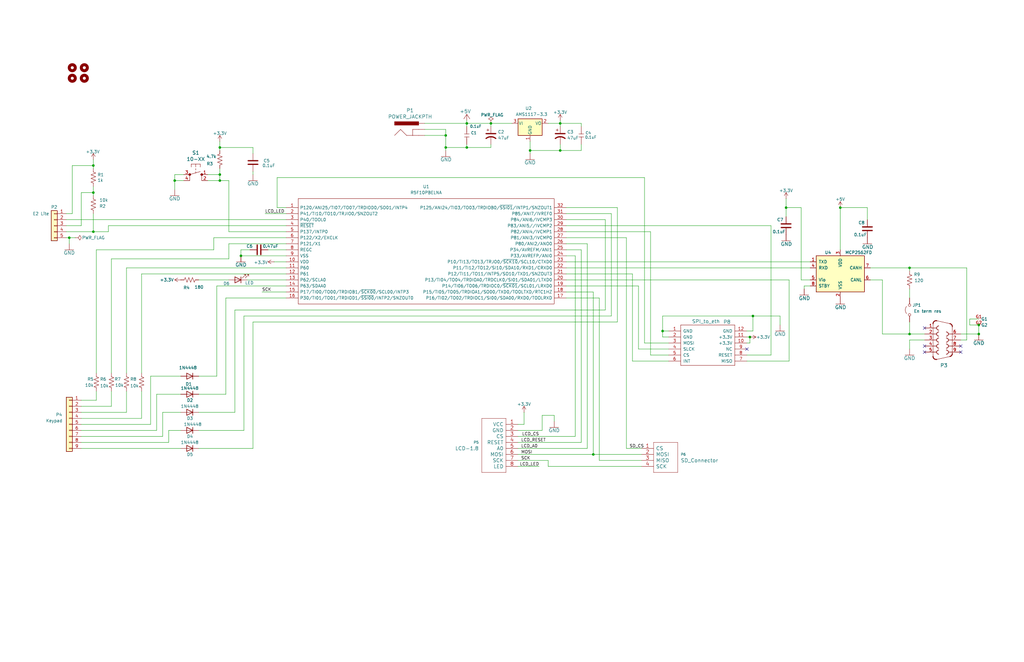
<source format=kicad_sch>
(kicad_sch (version 20231120) (generator "eeschema") (generator_version "8.0")
  (paper "B")
  (title_block (title "RL78/F14") (date "2024-12-15") (rev "2") (company "Catudal Software"))
  (lib_symbols
    (symbol "Connector_Generic:Conn_01x05" (pin_names (offset 1.016) hide)
      (property "Reference" "J" (at 0 7.62 0))
      (property "Value" "Conn_01x05" (at 0 -7.62 0))
      (symbol "Conn_01x05_1_1"
        (pin passive line (at -5.08 5.08 0) (length 3.81) (name "Pin_1") (number "1"))
        (pin passive line (at -5.08 2.54 0) (length 3.81) (name "Pin_2") (number "2"))
        (pin passive line (at -5.08 0 0) (length 3.81) (name "Pin_3") (number "3"))
        (pin passive line (at -5.08 -2.54 0) (length 3.81) (name "Pin_4") (number "4"))
        (pin passive line (at -5.08 -5.08 0) (length 3.81) (name "Pin_5") (number "5"))
      )
    )
    (symbol "Connector_Generic:Conn_01x09" (pin_names (offset 1.016) hide)
      (property "Reference" "J" (at 0 12.7 0))
      (property "Value" "Conn_01x09" (at 0 -12.7 0))
      (symbol "Conn_01x09_1_1"
        (pin passive line (at -5.08 10.16 0) (length 3.81) (name "Pin_1") (number "1"))
        (pin passive line (at -5.08 7.62 0) (length 3.81) (name "Pin_2") (number "2"))
        (pin passive line (at -5.08 5.08 0) (length 3.81) (name "Pin_3") (number "3"))
        (pin passive line (at -5.08 2.54 0) (length 3.81) (name "Pin_4") (number "4"))
        (pin passive line (at -5.08 0 0) (length 3.81) (name "Pin_5") (number "5"))
        (pin passive line (at -5.08 -2.54 0) (length 3.81) (name "Pin_6") (number "6"))
        (pin passive line (at -5.08 -5.08 0) (length 3.81) (name "Pin_7") (number "7"))
        (pin passive line (at -5.08 -7.62 0) (length 3.81) (name "Pin_8") (number "8"))
        (pin passive line (at -5.08 -10.16 0) (length 3.81) (name "Pin_9") (number "9"))
      )
    )
    (symbol "Device:C" (pin_numbers hide) (pin_names (offset 0.254))
      (property "Reference" "C" (at 0.635 2.54 0))
      (property "Value" "C" (at 0.635 -2.54 0))
      (symbol "C_1_1"
        (pin passive line (at 0 3.81 270) (length 2.794) (name "~") (number "1"))
        (pin passive line (at 0 -3.81 90) (length 2.794) (name "~") (number "2"))
      )
    )
    (symbol "Device:C_Polarized_US" (pin_numbers hide) (pin_names (offset 0.254) hide)
      (property "Reference" "C" (at 0.635 2.54 0))
      (property "Value" "C_Polarized_US" (at 0.635 -2.54 0))
      (symbol "C_Polarized_US_1_1"
        (pin passive line (at 0 3.81 270) (length 2.794) (name "~") (number "1"))
        (pin passive line (at 0 -3.81 90) (length 3.302) (name "~") (number "2"))
      )
    )
    (symbol "Device:LED" (pin_numbers hide) (pin_names (offset 1.016) hide)
      (property "Reference" "D" (at 0 2.54 0))
      (property "Value" "LED" (at 0 -2.54 0))
      (symbol "LED_1_1"
        (pin passive line (at -3.81 0 0) (length 2.54) (name "K") (number "1"))
        (pin passive line (at 3.81 0 180) (length 2.54) (name "A") (number "2"))
      )
    )
    (symbol "Device:R_US" (pin_numbers hide) (pin_names (offset 0))
      (property "Reference" "R" (at 2.54 0 90))
      (property "Value" "R_US" (at -2.54 0 90))
      (symbol "R_US_1_1"
        (pin passive line (at 0 3.81 270) (length 1.27) (name "~") (number "1"))
        (pin passive line (at 0 -3.81 90) (length 1.27) (name "~") (number "2"))
      )
    )
    (symbol "Diode:1N4448" (pin_numbers hide) (pin_names hide)
      (property "Reference" "D" (at 0 2.54 0))
      (property "Value" "1N4448" (at 0 -2.54 0))
      (symbol "1N4448_1_1"
        (pin passive line (at -3.81 0 0) (length 2.54) (name "K") (number "1"))
        (pin passive line (at 3.81 0 180) (length 2.54) (name "A") (number "2"))
      )
    )
    (symbol "Interface_CAN_LIN:MCP2562-E-P" (pin_names (offset 1.016))
      (property "Reference" "U" (at -10.16 8.89 0))
      (property "Value" "MCP2562-E-P" (at 2.54 8.89 0))
      (symbol "MCP2562-E-P_1_1"
        (pin input line (at -12.7 5.08 0) (length 2.54) (name "TXD") (number "1"))
        (pin power_in line (at 0 -10.16 90) (length 2.54) (name "VSS") (number "2"))
        (pin power_in line (at 0 10.16 270) (length 2.54) (name "VDD") (number "3"))
        (pin output line (at -12.7 2.54 0) (length 2.54) (name "RXD") (number "4"))
        (pin power_in line (at -12.7 -2.54 0) (length 2.54) (name "Vio") (number "5"))
        (pin bidirectional line (at 12.7 -2.54 180) (length 2.54) (name "CANL") (number "6"))
        (pin bidirectional line (at 12.7 2.54 180) (length 2.54) (name "CANH") (number "7"))
        (pin input line (at -12.7 -5.08 0) (length 2.54) (name "STBY") (number "8"))
      )
    )
    (symbol "Jumper:Jumper_2_Open" (pin_numbers hide) (pin_names (offset 0) hide) (exclude_from_sim yes)
      (property "Reference" "JP" (at 0 2.794 0))
      (property "Value" "Jumper_2_Open" (at 0 -2.286 0))
      (symbol "Jumper_2_Open_1_1"
        (pin passive line (at -5.08 0 0) (length 2.54) (name "A") (number "1"))
        (pin passive line (at 5.08 0 180) (length 2.54) (name "B") (number "2"))
      )
    )
    (symbol "Mechanical:MountingHole" (pin_names (offset 1.016)) (exclude_from_sim yes) (in_bom no)
      (property "Reference" "H" (at 0 5.08 0))
      (property "Value" "MountingHole" (at 0 3.175 0))
    )
    (symbol "OPL_Capacitor:CERAMIC-100NF-50V-10%-X7R_0603_" (pin_numbers hide) (pin_names (offset 1.016) hide)
      (property "Reference" "C" (at -3.81 1.27 0))
      (property "Value" "CERAMIC-100NF-50V-10%-X7R_0603_" (at -3.81 -2.54 0))
      (symbol "CERAMIC-100NF-50V-10%-X7R_0603__1_1"
        (pin passive line (at -3.81 0 0) (length 2.54) (name "1") (number "1"))
        (pin passive line (at 3.81 0 180) (length 2.54) (name "2") (number "2"))
      )
    )
    (symbol "catu:+5V" (power) (pin_names (offset 1.016))
      (property "Value" "+5V" (at -2.54 -5.08 90))
      (symbol "+5V_1_0"
        (pin power_in line (at 0 -2.54 90) (length 2.54) (name "+5V") (number "1"))
      )
    )
    (symbol "catu:10-XX" (pin_names (offset 1.016))
      (property "Reference" "S" (at -6.35 -2.54 90))
      (property "Value" "10-XX" (at -3.81 3.175 90))
      (symbol "10-XX_1_0"
        (pin passive line (at 0 5.08 270) (length 2.54) (name "S") (number "1"))
        (pin passive line (at 2.54 5.08 270) (length 2.54) (name "S1") (number "2"))
        (pin passive line (at 0 -5.08 90) (length 2.54) (name "P") (number "3"))
        (pin passive line (at 2.54 -5.08 90) (length 2.54) (name "P1") (number "4"))
      )
    )
    (symbol "catu:AMS1117-3.3" (pin_names (offset 0.254))
      (property "Reference" "U" (at -3.81 3.175 0))
      (property "Value" "AMS1117-3.3" (at 0 3.175 0))
      (property "LCSC" "C6186" (at -1.27 7.62 0))
      (symbol "AMS1117-3.3_1_1"
        (pin power_in line (at 0 -7.62 90) (length 2.54) (name "GND") (number "1"))
        (pin power_out line (at 7.62 0 180) (length 2.54) (name "VO") (number "2"))
        (pin power_in line (at -7.62 0 0) (length 2.54) (name "VI") (number "3"))
      )
    )
    (symbol "catu:F09HP" (pin_names (offset 1.016))
      (property "Reference" "P" (at -1.27 8.89 0))
      (property "Value" "F09HP" (at -3.81 -10.795 0))
      (symbol "F09HP_1_0"
        (pin passive line (at -7.62 5.08 0) (length 5.08) (name "1") (number "1"))
        (pin passive line (at -7.62 2.54 0) (length 5.08) (name "2") (number "2"))
        (pin passive line (at -7.62 0 0) (length 5.08) (name "3") (number "3"))
        (pin passive line (at -7.62 -2.54 0) (length 5.08) (name "4") (number "4"))
        (pin passive line (at -7.62 -5.08 0) (length 5.08) (name "5") (number "5"))
        (pin passive line (at 7.62 2.54 180) (length 5.08) (name "6") (number "6"))
        (pin passive line (at 7.62 0 180) (length 5.08) (name "7") (number "7"))
        (pin passive line (at 7.62 -2.54 180) (length 5.08) (name "8") (number "8"))
        (pin passive line (at 7.62 -5.08 180) (length 5.08) (name "9") (number "9"))
      )
      (symbol "F09HP_1_1"
        (pin power_in line (at 15.24 8.89 0) (length 0) (name "G1") (number "G1"))
        (pin power_in line (at 15.24 6.35 0) (length 0) (name "G2") (number "G2"))
      )
    )
    (symbol "catu:GND" (power) (pin_names (offset 1.016))
      (property "Value" "GND" (at -2.54 -2.54 0))
      (symbol "GND_1_0"
        (pin power_in line (at 0 2.54 270) (length 2.54) (name "GND") (number "1"))
      )
    )
    (symbol "catu:LCD-1.8" (pin_names (offset 1.016))
      (property "Reference" "P" (at 13.97 -5.588 0))
      (property "Value" "LCD-1.8" (at -5.08 -15.24 0))
      (symbol "LCD-1.8_1_1"
        (pin power_in line (at -10.16 7.62 0) (length 5.08) (name "VCC") (number "1"))
        (pin power_in line (at -10.16 5.08 0) (length 5.08) (name "GND") (number "2"))
        (pin input line (at -10.16 2.54 0) (length 5.08) (name "CS") (number "3"))
        (pin input line (at -10.16 0 0) (length 5.08) (name "RESET") (number "4"))
        (pin input line (at -10.16 -2.54 0) (length 5.08) (name "A0") (number "5"))
        (pin input line (at -10.16 -5.08 0) (length 5.08) (name "MOSI") (number "6"))
        (pin input line (at -10.16 -7.62 0) (length 5.08) (name "SCK") (number "7"))
        (pin input line (at -10.16 -10.16 0) (length 5.08) (name "LED") (number "8"))
      )
    )
    (symbol "catu:POWER_JACKPTH" (pin_names (offset 1.016))
      (property "Reference" "J" (at -10.16 0 0))
      (property "Value" "POWER_JACKPTH" (at -10.16 10.16 0))
      (symbol "POWER_JACKPTH_1_0"
        (pin passive line (at 2.54 2.54 180) (length 2.54) (name "GND") (number "GND"))
        (pin passive line (at 2.54 5.08 180) (length 2.54) (name "GNDBREAK") (number "GNDBREAK"))
        (pin passive line (at 2.54 7.62 180) (length 2.54) (name "PWR") (number "PWR"))
      )
    )
    (symbol "catu:R5F10PBELNA" (pin_names (offset 0.762))
      (property "Reference" "U" (at -1.27 27.94 0))
      (property "Value" "R5F10PBELNA" (at 21.59 26.67 0))
      (symbol "R5F10PBELNA_0_0"
        (pin passive line (at -53.34 20.32 0) (length 5.08) (name "P120/ANI25/TI07/TO07/TRDIOD0/SO01/INTP4") (number "1"))
      )
      (symbol "R5F10PBELNA_1_0"
        (pin passive line (at -53.34 -2.54 0) (length 5.08) (name "VDD") (number "10"))
        (pin passive line (at -53.34 -5.08 0) (length 5.08) (name "P60") (number "11"))
        (pin passive line (at -53.34 -7.62 0) (length 5.08) (name "P61") (number "12"))
        (pin passive line (at -53.34 -10.16 0) (length 5.08) (name "P62/SCLA0") (number "13"))
        (pin passive line (at -53.34 -12.7 0) (length 5.08) (name "P63/SDAA0") (number "14"))
        (pin passive line (at -53.34 -15.24 0) (length 5.08) (name "P17/TI00/TO00/TRDIOB1/~{SCK00}/SCL00/INTP3") (number "15"))
        (pin passive line (at -53.34 -17.78 0) (length 5.08) (name "P30/TI01/TO01/TRDIOD1/~{SSI00}/INTP2/SNZOUT0") (number "16"))
        (pin passive line (at 64.77 -17.78 180) (length 5.08) (name "P16/TI02/TO02/TRDIOC1/SI00/SDA00/RXD0/TOOLRXD") (number "17"))
        (pin passive line (at 64.77 -15.24 180) (length 5.08) (name "P15/TI05/TO05/TRDIOA1/SO00/TXD0/TOOLTXD/RTC1HZ") (number "18"))
        (pin passive line (at 64.77 -12.7 180) (length 5.08) (name "P14/TI06/TO06/TRDIOC0/~{SCK01}/SCL01/LRXD0") (number "19"))
        (pin passive line (at -53.34 17.78 0) (length 5.08) (name "P41/TI10/TO10/TRJIO0/SNZOUT2") (number "2"))
        (pin passive line (at 64.77 -10.16 180) (length 5.08) (name "P13/TI04/TO04/TRDIOA0/TRDCLK0/SI01/SDA01/LTXD0") (number "20"))
        (pin passive line (at 64.77 -7.62 180) (length 5.08) (name "P12/TI11/TO11/INTP5/SO10/TXD1/SNZOUT3") (number "21"))
        (pin passive line (at 64.77 -5.08 180) (length 5.08) (name "P11/TI12/TO12/SI10/SDA10/RXD1/CRXD0") (number "22"))
        (pin passive line (at 64.77 -2.54 180) (length 5.08) (name "P10/TI13/TO13/TRJO0/~{SCK10}/SCL10/CTXD0") (number "23"))
        (pin passive line (at 64.77 0 180) (length 5.08) (name "P33/AVREFP/ANI0") (number "24"))
        (pin passive line (at 64.77 2.54 180) (length 5.08) (name "P34/AVREFM/ANI1") (number "25"))
        (pin passive line (at 64.77 5.08 180) (length 5.08) (name "P80/ANI2/ANO0") (number "26"))
        (pin passive line (at 64.77 7.62 180) (length 5.08) (name "P81/ANI3/IVCMP0") (number "27"))
        (pin passive line (at 64.77 10.16 180) (length 5.08) (name "P82/ANI4/IVCMP1") (number "28"))
        (pin passive line (at 64.77 12.7 180) (length 5.08) (name "P83/ANI5//IVCMP2") (number "29"))
        (pin passive line (at -53.34 15.24 0) (length 5.08) (name "P40/TOOL0") (number "3"))
        (pin passive line (at 64.77 15.24 180) (length 5.08) (name "P84/ANI6/IVCMP3") (number "30"))
        (pin passive line (at 64.77 17.78 180) (length 5.08) (name "P85/ANI7/IVREF0") (number "31"))
        (pin passive line (at 64.77 20.32 180) (length 5.08) (name "P125/ANI24/TI03/TO03/TRDIOB0/~{SSI01}/INTP1/SNZOUT1") (number "32"))
        (pin passive line (at -53.34 12.7 0) (length 5.08) (name "~{RESET}") (number "4"))
        (pin passive line (at -53.34 10.16 0) (length 5.08) (name "P137/INTP0") (number "5"))
        (pin passive line (at -53.34 7.62 0) (length 5.08) (name "P122/X2/EXCLK") (number "6"))
        (pin passive line (at -53.34 5.08 0) (length 5.08) (name "P121/X1") (number "7"))
        (pin passive line (at -53.34 2.54 0) (length 5.08) (name "REGC") (number "8"))
        (pin passive line (at -53.34 0 0) (length 5.08) (name "VSS") (number "9"))
      )
    )
    (symbol "catu:SD_Connector" (pin_names (offset 1.016))
      (property "Reference" "P" (at -3.81 5.588 0))
      (property "Value" "SD_Connector" (at -7.874 -10.16 0))
      (symbol "SD_Connector_1_1"
        (pin input line (at -10.16 2.54 0) (length 5.08) (name "CS") (number "1"))
        (pin input line (at -10.16 0 0) (length 5.08) (name "MOSI") (number "2"))
        (pin output line (at -10.16 -2.54 0) (length 5.08) (name "MISO") (number "3"))
        (pin input line (at -10.16 -5.08 0) (length 5.08) (name "SCK") (number "4"))
      )
    )
    (symbol "catu:SPI_to_eth" (pin_names (offset 1.016))
      (property "Reference" "P" (at -8.89 8.382 0))
      (property "Value" "SPI_to_eth" (at -7.62 -11.684 0))
      (symbol "SPI_to_eth_1_0"
        (pin power_in line (at -19.05 5.08 0) (length 5.08) (name "GND") (number "1"))
        (pin power_in line (at 13.97 0 180) (length 5.08) (name "+3.3V") (number "10"))
        (pin power_in line (at 13.97 2.54 180) (length 5.08) (name "+3.3V") (number "11"))
        (pin power_in line (at 13.97 5.08 180) (length 5.08) (name "GND") (number "12"))
        (pin power_in line (at -19.05 2.54 0) (length 5.08) (name "GND") (number "2"))
        (pin passive line (at -19.05 0 0) (length 5.08) (name "MOSI") (number "3"))
        (pin passive line (at -19.05 -2.54 0) (length 5.08) (name "SLCK") (number "4"))
        (pin input line (at -19.05 -5.08 0) (length 5.08) (name "CS") (number "5"))
        (pin output line (at -19.05 -7.62 0) (length 5.08) (name "INT") (number "6"))
        (pin passive line (at 13.97 -7.62 180) (length 5.08) (name "MISO") (number "7"))
        (pin input line (at 13.97 -5.08 180) (length 5.08) (name "RESET") (number "8"))
        (pin input line (at 13.97 -2.54 180) (length 5.08) (name "NC") (number "9"))
      )
    )
    (symbol "power:+3.3V" (power) (pin_numbers hide) (pin_names (offset 0) hide)
      (property "Value" "+3.3V" (at 0 3.556 0))
      (symbol "+3.3V_1_1"
        (pin power_in line (at 0 0 90) (length 0) (name "~") (number "1"))
      )
    )
    (symbol "power:+5V" (power) (pin_numbers hide) (pin_names (offset 0) hide)
      (property "Value" "+5V" (at 0 3.556 0))
      (symbol "+5V_1_1"
        (pin power_in line (at 0 0 90) (length 0) (name "~") (number "1"))
      )
    )
    (symbol "power:PWR_FLAG" (power) (pin_numbers hide) (pin_names (offset 0) hide)
      (property "Value" "PWR_FLAG" (at 0 3.81 0))
      (symbol "PWR_FLAG_0_0"
        (pin power_out line (at 0 0 90) (length 0) (name "~") (number "1"))
      )
    )
  )
  (junction (at 196.85 62.23))
  (junction (at 223.52 63.5))
  (junction (at 279.4 139.7))
  (junction (at 250.19 191.77))
  (junction (at 187.96 62.23))
  (junction (at 383.54 140.97))
  (junction (at 383.54 113.03))
  (junction (at 331.47 87.63))
  (junction (at 412.75 137.16))
  (junction (at 29.21 100.33))
  (junction (at 187.96 57.15))
  (junction (at 92.71 62.23))
  (junction (at 196.85 52.07))
  (junction (at 354.33 87.63))
  (junction (at 101.6 107.95))
  (junction (at 236.22 52.07))
  (junction (at 39.37 97.79))
  (junction (at 236.22 63.5))
  (junction (at 39.37 81.28))
  (junction (at 316.23 142.24))
  (junction (at 73.66 76.2))
  (junction (at 92.71 76.2))
  (junction (at 207.01 52.07))
  (junction (at 317.5 133.35))
  (junction (at 92.71 73.66))
  (junction (at 39.37 69.85))
  (junction (at 412.75 140.97))
  (no_connect (at 389.89 146.05))
  (no_connect (at 314.96 147.32))
  (no_connect (at 405.13 148.59))
  (no_connect (at 389.89 138.43))
  (no_connect (at 389.89 148.59))
  (no_connect (at 405.13 146.05))
  (wire (pts (xy 245.11 105.41) (xy 238.76 105.41)))
  (wire (pts (xy 83.82 166.37) (xy 95.25 166.37)))
  (wire (pts (xy 87.63 76.2) (xy 92.71 76.2)))
  (wire (pts (xy 314.96 149.86) (xy 325.12 149.86)))
  (wire (pts (xy 266.7 152.4) (xy 281.94 152.4)))
  (wire (pts (xy 92.71 71.12) (xy 92.71 73.66)))
  (wire (pts (xy 317.5 133.35) (xy 328.93 133.35)))
  (wire (pts (xy 187.96 54.61) (xy 187.96 57.15)))
  (wire (pts (xy 63.5 158.75) (xy 76.2 158.75)))
  (wire (pts (xy 238.76 115.57) (xy 266.7 115.57)))
  (wire (pts (xy 110.49 123.19) (xy 120.65 123.19)))
  (wire (pts (xy 73.66 76.2) (xy 77.47 76.2)))
  (wire (pts (xy 45.72 95.25) (xy 120.65 95.25)))
  (wire (pts (xy 46.99 165.1) (xy 46.99 171.45)))
  (wire (pts (xy 408.94 134.62) (xy 408.94 137.16)))
  (wire (pts (xy 116.84 74.93) (xy 116.84 87.63)))
  (wire (pts (xy 115.57 110.49) (xy 120.65 110.49)))
  (wire (pts (xy 106.68 72.39) (xy 106.68 73.66)))
  (wire (pts (xy 45.72 97.79) (xy 45.72 95.25)))
  (wire (pts (xy 90.17 105.41) (xy 90.17 100.33)))
  (wire (pts (xy 59.69 115.57) (xy 120.65 115.57)))
  (wire (pts (xy 407.67 143.51) (xy 407.67 113.03)))
  (wire (pts (xy 250.19 123.19) (xy 238.76 123.19)))
  (wire (pts (xy 96.52 97.79) (xy 120.65 97.79)))
  (wire (pts (xy 383.54 113.03) (xy 383.54 114.3)))
  (wire (pts (xy 328.93 133.35) (xy 328.93 137.16)))
  (wire (pts (xy 105.41 105.41) (xy 101.6 105.41)))
  (wire (pts (xy 102.87 181.61) (xy 102.87 133.35)))
  (wire (pts (xy 120.65 90.17) (xy 111.76 90.17)))
  (wire (pts (xy 383.54 135.89) (xy 383.54 140.97)))
  (wire (pts (xy 207.01 52.07) (xy 215.9 52.07)))
  (wire (pts (xy 40.64 165.1) (xy 40.64 168.91)))
  (wire (pts (xy 59.69 165.1) (xy 59.69 176.53)))
  (wire (pts (xy 269.24 147.32) (xy 281.94 147.32)))
  (wire (pts (xy 106.68 135.89) (xy 260.35 135.89)))
  (wire (pts (xy 250.19 191.77) (xy 270.51 191.77)))
  (wire (pts (xy 39.37 69.85) (xy 39.37 71.12)))
  (wire (pts (xy 207.01 62.23) (xy 207.01 60.96)))
  (wire (pts (xy 412.75 134.62) (xy 408.94 134.62)))
  (wire (pts (xy 66.04 181.61) (xy 66.04 166.37)))
  (wire (pts (xy 218.44 186.69) (xy 245.11 186.69)))
  (wire (pts (xy 34.29 176.53) (xy 59.69 176.53)))
  (wire (pts (xy 106.68 189.23) (xy 106.68 135.89)))
  (wire (pts (xy 260.35 87.63) (xy 238.76 87.63)))
  (wire (pts (xy 34.29 189.23) (xy 76.2 189.23)))
  (wire (pts (xy 113.03 105.41) (xy 120.65 105.41)))
  (wire (pts (xy 255.27 130.81) (xy 255.27 92.71)))
  (wire (pts (xy 87.63 73.66) (xy 92.71 73.66)))
  (wire (pts (xy 242.57 107.95) (xy 242.57 184.15)))
  (wire (pts (xy 383.54 121.92) (xy 383.54 125.73)))
  (wire (pts (xy 245.11 52.07) (xy 245.11 53.34)))
  (wire (pts (xy 96.52 76.2) (xy 96.52 97.79)))
  (wire (pts (xy 317.5 139.7) (xy 314.96 139.7)))
  (wire (pts (xy 196.85 50.8) (xy 196.85 52.07)))
  (wire (pts (xy 30.48 69.85) (xy 30.48 90.17)))
  (wire (pts (xy 238.76 118.11) (xy 332.74 118.11)))
  (wire (pts (xy 238.76 100.33) (xy 264.16 100.33)))
  (wire (pts (xy 83.82 173.99) (xy 99.06 173.99)))
  (wire (pts (xy 83.82 181.61) (xy 102.87 181.61)))
  (wire (pts (xy 236.22 63.5) (xy 236.22 60.96)))
  (wire (pts (xy 331.47 91.44) (xy 331.47 87.63)))
  (wire (pts (xy 383.54 143.51) (xy 389.89 143.51)))
  (wire (pts (xy 53.34 165.1) (xy 53.34 173.99)))
  (wire (pts (xy 53.34 113.03) (xy 53.34 157.48)))
  (wire (pts (xy 257.81 133.35) (xy 257.81 90.17)))
  (wire (pts (xy 71.12 181.61) (xy 76.2 181.61)))
  (wire (pts (xy 372.11 140.97) (xy 383.54 140.97)))
  (wire (pts (xy 236.22 52.07) (xy 236.22 53.34)))
  (wire (pts (xy 218.44 191.77) (xy 250.19 191.77)))
  (wire (pts (xy 245.11 186.69) (xy 245.11 105.41)))
  (wire (pts (xy 281.94 142.24) (xy 279.4 142.24)))
  (wire (pts (xy 408.94 137.16) (xy 412.75 137.16)))
  (wire (pts (xy 238.76 90.17) (xy 257.81 90.17)))
  (wire (pts (xy 34.29 168.91) (xy 40.64 168.91)))
  (wire (pts (xy 34.29 173.99) (xy 53.34 173.99)))
  (wire (pts (xy 34.29 95.25) (xy 34.29 81.28)))
  (wire (pts (xy 46.99 109.22) (xy 96.52 109.22)))
  (wire (pts (xy 34.29 179.07) (xy 63.5 179.07)))
  (wire (pts (xy 29.21 100.33) (xy 31.75 100.33)))
  (wire (pts (xy 34.29 171.45) (xy 46.99 171.45)))
  (wire (pts (xy 96.52 102.87) (xy 120.65 102.87)))
  (wire (pts (xy 92.71 62.23) (xy 106.68 62.23)))
  (wire (pts (xy 274.32 149.86) (xy 274.32 97.79)))
  (wire (pts (xy 106.68 62.23) (xy 106.68 64.77)))
  (wire (pts (xy 372.11 118.11) (xy 372.11 140.97)))
  (wire (pts (xy 27.94 95.25) (xy 34.29 95.25)))
  (wire (pts (xy 29.21 100.33) (xy 27.94 100.33)))
  (wire (pts (xy 68.58 173.99) (xy 76.2 173.99)))
  (wire (pts (xy 279.4 139.7) (xy 279.4 133.35)))
  (wire (pts (xy 365.76 92.71) (xy 365.76 87.63)))
  (wire (pts (xy 187.96 62.23) (xy 196.85 62.23)))
  (wire (pts (xy 331.47 83.82) (xy 331.47 87.63)))
  (wire (pts (xy 405.13 140.97) (xy 412.75 140.97)))
  (wire (pts (xy 179.07 54.61) (xy 187.96 54.61)))
  (wire (pts (xy 196.85 62.23) (xy 207.01 62.23)))
  (wire (pts (xy 337.82 118.11) (xy 341.63 118.11)))
  (wire (pts (xy 92.71 59.69) (xy 92.71 62.23)))
  (wire (pts (xy 39.37 67.31) (xy 39.37 69.85)))
  (wire (pts (xy 30.48 69.85) (xy 39.37 69.85)))
  (wire (pts (xy 405.13 143.51) (xy 407.67 143.51)))
  (wire (pts (xy 83.82 158.75) (xy 91.44 158.75)))
  (wire (pts (xy 264.16 189.23) (xy 270.51 189.23)))
  (wire (pts (xy 331.47 87.63) (xy 337.82 87.63)))
  (wire (pts (xy 325.12 149.86) (xy 325.12 95.25)))
  (wire (pts (xy 104.14 118.11) (xy 120.65 118.11)))
  (wire (pts (xy 207.01 52.07) (xy 207.01 53.34)))
  (wire (pts (xy 27.94 97.79) (xy 39.37 97.79)))
  (wire (pts (xy 236.22 63.5) (xy 245.11 63.5)))
  (wire (pts (xy 314.96 152.4) (xy 332.74 152.4)))
  (wire (pts (xy 316.23 144.78) (xy 316.23 142.24)))
  (wire (pts (xy 238.76 120.65) (xy 269.24 120.65)))
  (wire (pts (xy 223.52 63.5) (xy 223.52 59.69)))
  (wire (pts (xy 59.69 115.57) (xy 59.69 157.48)))
  (wire (pts (xy 99.06 173.99) (xy 99.06 130.81)))
  (wire (pts (xy 83.82 118.11) (xy 96.52 118.11)))
  (wire (pts (xy 73.66 73.66) (xy 77.47 73.66)))
  (wire (pts (xy 247.65 189.23) (xy 247.65 102.87)))
  (wire (pts (xy 228.6 175.26) (xy 233.68 175.26)))
  (wire (pts (xy 223.52 64.77) (xy 223.52 63.5)))
  (wire (pts (xy 220.98 173.99) (xy 220.98 179.07)))
  (wire (pts (xy 116.84 74.93) (xy 271.78 74.93)))
  (wire (pts (xy 220.98 179.07) (xy 218.44 179.07)))
  (wire (pts (xy 30.48 90.17) (xy 27.94 90.17)))
  (wire (pts (xy 281.94 149.86) (xy 274.32 149.86)))
  (wire (pts (xy 238.76 95.25) (xy 325.12 95.25)))
  (wire (pts (xy 196.85 60.96) (xy 196.85 62.23)))
  (wire (pts (xy 337.82 87.63) (xy 337.82 118.11)))
  (wire (pts (xy 91.44 158.75) (xy 91.44 120.65)))
  (wire (pts (xy 250.19 191.77) (xy 250.19 123.19)))
  (wire (pts (xy 101.6 107.95) (xy 101.6 105.41)))
  (wire (pts (xy 34.29 81.28) (xy 39.37 81.28)))
  (wire (pts (xy 90.17 100.33) (xy 120.65 100.33)))
  (wire (pts (xy 92.71 62.23) (xy 92.71 63.5)))
  (wire (pts (xy 179.07 52.07) (xy 196.85 52.07)))
  (wire (pts (xy 66.04 166.37) (xy 76.2 166.37)))
  (wire (pts (xy 68.58 184.15) (xy 34.29 184.15)))
  (wire (pts (xy 27.94 92.71) (xy 120.65 92.71)))
  (wire (pts (xy 264.16 189.23) (xy 264.16 100.33)))
  (wire (pts (xy 92.71 76.2) (xy 92.71 73.66)))
  (wire (pts (xy 218.44 194.31) (xy 231.14 194.31)))
  (wire (pts (xy 99.06 130.81) (xy 255.27 130.81)))
  (wire (pts (xy 279.4 142.24) (xy 279.4 139.7)))
  (wire (pts (xy 95.25 125.73) (xy 120.65 125.73)))
  (wire (pts (xy 83.82 189.23) (xy 106.68 189.23)))
  (wire (pts (xy 196.85 52.07) (xy 196.85 53.34)))
  (wire (pts (xy 269.24 120.65) (xy 269.24 147.32)))
  (wire (pts (xy 218.44 184.15) (xy 242.57 184.15)))
  (wire (pts (xy 354.33 87.63) (xy 354.33 105.41)))
  (wire (pts (xy 46.99 109.22) (xy 46.99 157.48)))
  (wire (pts (xy 39.37 81.28) (xy 39.37 82.55)))
  (wire (pts (xy 231.14 196.85) (xy 270.51 196.85)))
  (wire (pts (xy 34.29 181.61) (xy 66.04 181.61)))
  (wire (pts (xy 252.73 125.73) (xy 252.73 194.31)))
  (wire (pts (xy 231.14 196.85) (xy 231.14 194.31)))
  (wire (pts (xy 179.07 57.15) (xy 187.96 57.15)))
  (wire (pts (xy 271.78 144.78) (xy 281.94 144.78)))
  (wire (pts (xy 63.5 179.07) (xy 63.5 158.75)))
  (wire (pts (xy 238.76 113.03) (xy 341.63 113.03)))
  (wire (pts (xy 238.76 107.95) (xy 242.57 107.95)))
  (wire (pts (xy 412.75 137.16) (xy 412.75 140.97)))
  (wire (pts (xy 383.54 143.51) (xy 383.54 147.32)))
  (wire (pts (xy 120.65 107.95) (xy 101.6 107.95)))
  (wire (pts (xy 339.09 121.92) (xy 339.09 120.65)))
  (wire (pts (xy 53.34 113.03) (xy 120.65 113.03)))
  (wire (pts (xy 279.4 133.35) (xy 317.5 133.35)))
  (wire (pts (xy 266.7 115.57) (xy 266.7 152.4)))
  (wire (pts (xy 39.37 78.74) (xy 39.37 81.28)))
  (wire (pts (xy 71.12 186.69) (xy 34.29 186.69)))
  (wire (pts (xy 187.96 62.23) (xy 187.96 63.5)))
  (wire (pts (xy 231.14 52.07) (xy 236.22 52.07)))
  (wire (pts (xy 68.58 173.99) (xy 68.58 184.15)))
  (wire (pts (xy 196.85 52.07) (xy 207.01 52.07)))
  (wire (pts (xy 238.76 125.73) (xy 252.73 125.73)))
  (wire (pts (xy 187.96 57.15) (xy 187.96 62.23)))
  (wire (pts (xy 120.65 87.63) (xy 116.84 87.63)))
  (wire (pts (xy 228.6 181.61) (xy 228.6 175.26)))
  (wire (pts (xy 271.78 74.93) (xy 271.78 144.78)))
  (wire (pts (xy 367.03 113.03) (xy 383.54 113.03)))
  (wire (pts (xy 247.65 102.87) (xy 238.76 102.87)))
  (wire (pts (xy 236.22 50.8) (xy 236.22 52.07)))
  (wire (pts (xy 389.89 140.97) (xy 383.54 140.97)))
  (wire (pts (xy 29.21 102.87) (xy 29.21 100.33)))
  (wire (pts (xy 317.5 133.35) (xy 317.5 139.7)))
  (wire (pts (xy 73.66 73.66) (xy 73.66 76.2)))
  (wire (pts (xy 279.4 139.7) (xy 281.94 139.7)))
  (wire (pts (xy 71.12 181.61) (xy 71.12 186.69)))
  (wire (pts (xy 233.68 175.26) (xy 233.68 177.8)))
  (wire (pts (xy 96.52 109.22) (xy 96.52 102.87)))
  (wire (pts (xy 236.22 63.5) (xy 223.52 63.5)))
  (wire (pts (xy 260.35 135.89) (xy 260.35 87.63)))
  (wire (pts (xy 73.66 76.2) (xy 73.66 80.01)))
  (wire (pts (xy 218.44 196.85) (xy 227.33 196.85)))
  (wire (pts (xy 314.96 142.24) (xy 316.23 142.24)))
  (wire (pts (xy 238.76 110.49) (xy 341.63 110.49)))
  (wire (pts (xy 102.87 133.35) (xy 257.81 133.35)))
  (wire (pts (xy 316.23 144.78) (xy 314.96 144.78)))
  (wire (pts (xy 218.44 181.61) (xy 228.6 181.61)))
  (wire (pts (xy 245.11 60.96) (xy 245.11 63.5)))
  (wire (pts (xy 218.44 189.23) (xy 247.65 189.23)))
  (wire (pts (xy 40.64 105.41) (xy 40.64 157.48)))
  (wire (pts (xy 354.33 87.63) (xy 365.76 87.63)))
  (wire (pts (xy 367.03 118.11) (xy 372.11 118.11)))
  (wire (pts (xy 236.22 52.07) (xy 245.11 52.07)))
  (wire (pts (xy 332.74 118.11) (xy 332.74 152.4)))
  (wire (pts (xy 39.37 97.79) (xy 39.37 90.17)))
  (wire (pts (xy 407.67 113.03) (xy 383.54 113.03)))
  (wire (pts (xy 252.73 194.31) (xy 270.51 194.31)))
  (wire (pts (xy 238.76 97.79) (xy 274.32 97.79)))
  (wire (pts (xy 96.52 76.2) (xy 92.71 76.2)))
  (wire (pts (xy 95.25 166.37) (xy 95.25 125.73)))
  (wire (pts (xy 238.76 92.71) (xy 255.27 92.71)))
  (wire (pts (xy 39.37 97.79) (xy 45.72 97.79)))
  (wire (pts (xy 40.64 105.41) (xy 90.17 105.41)))
  (wire (pts (xy 339.09 120.65) (xy 341.63 120.65)))
  (wire (pts (xy 91.44 120.65) (xy 120.65 120.65)))
  (label "MOSI" (at 219.71 191.77 0))
  (label "SD_CS" (at 265.43 189.23 0))
  (label "SCK" (at 219.71 194.31 0))
  (label "LCD_CS" (at 227.33 184.15 180))
  (label "SCK" (at 110.49 123.19 0))
  (label "LCD_A0" (at 219.71 189.23 0))
  (label "LCD_LED" (at 111.76 90.17 0))
  (label "LCD_RESET" (at 219.71 186.69 0))
  (label "LCD_LED" (at 227.33 196.85 180))
  (symbol (lib_id "Mechanical:MountingHole") (at 30.48 28.575 0) (unit 1)
    (property "Reference" "H1" (effects (hide yes)))
    (property "Value" "MountingHole" (effects (hide yes)))
    (property "Footprint" "MountingHole:MountingHole_2.7mm_M2.5_DIN965_Pad" (effects (hide yes)))
    (property "Description" "Mounting Hole without connection" (effects (hide yes)))
  )
  (symbol (lib_id "Mechanical:MountingHole") (at 35.56 28.575 0) (unit 1)
    (property "Reference" "H3" (effects (hide yes)))
    (property "Value" "MountingHole" (effects (hide yes)))
    (property "Footprint" "MountingHole:MountingHole_2.7mm_M2.5_DIN965_Pad" (effects (hide yes)))
    (property "Description" "Mounting Hole without connection" (effects (hide yes)))
  )
  (symbol (lib_id "Mechanical:MountingHole") (at 30.48 33.02 0) (unit 1)
    (property "Reference" "H2" (effects (hide yes)))
    (property "Value" "MountingHole" (effects (hide yes)))
    (property "Footprint" "MountingHole:MountingHole_2.7mm_M2.5_DIN965_Pad" (effects (hide yes)))
    (property "Description" "Mounting Hole without connection" (effects (hide yes)))
  )
  (symbol (lib_id "Mechanical:MountingHole") (at 35.56 33.02 0) (unit 1)
    (property "Reference" "H4" (effects (hide yes)))
    (property "Value" "MountingHole" (effects (hide yes)))
    (property "Footprint" "MountingHole:MountingHole_2.7mm_M2.5_DIN965_Pad" (effects (hide yes)))
    (property "Description" "Mounting Hole without connection" (effects (hide yes)))
  )
  (symbol (lib_id "catu:POWER_JACKPTH") (at 176.53 59.69 0) (unit 1)
    (property "Reference" "P1" (at 172.9232 46.5836 0) (effects (font (size 1.4986 1.4986))))
    (property "Value" "POWER_JACKPTH" (at 172.9232 49.2506 0) (effects (font (size 1.4986 1.4986))))
    (property "Footprint" "catu:POWER_JACK_PTH" (effects (hide yes)))
  )
  (symbol (lib_id "catu:GND") (at 187.96 66.04 0) (unit 1)
    (property "Reference" "#GND02" (effects (hide yes)))
    (property "Value" "GND" (at 188.087 67.31 0) (effects (font (size 1.4986 1.4986))))
  )
  (symbol (lib_id "OPL_Capacitor:CERAMIC-100NF-50V-10%-X7R_0603_") (at 196.85 57.15 270) (unit 1)
    (property "Reference" "C1" (at 198.5772 56.0832 90) (effects (font (size 1.143 1.143)) (justify left)))
    (property "Value" "0.1uF" (at 198.12 53.34 90) (effects (font (size 1.143 1.143)) (justify left)))
    (property "Footprint" "Capacitor_SMD:C_0805_2012Metric_Pad1.18x1.45mm_HandSolder" (effects (hide yes)))
    (property "MPN" "CC0603KRX7R9BB104" (effects (hide yes)))
    (property "SKU" "302010138" (effects (hide yes)))
    (property "LCSC" "C14663" (effects (hide yes)))
  )
  (symbol (lib_id "catu:+5V") (at 196.85 48.26 0) (unit 1)
    (property "Reference" "#P+0107" (effects (hide yes)))
    (property "Value" "+5V" (at 196.215 46.99 0) (effects (font (size 1.4986 1.4986))))
  )
  (symbol (lib_id "catu:R5F10PBELNA") (at 173.99 107.95 0) (unit 1)
    (property "Reference" "U1" (at 179.705 78.74 0))
    (property "Value" "R5F10PBELNA" (at 179.705 81.28 0))
    (property "Footprint" "Package_DFN_QFN:QFN-32-1EP_5x5mm_P0.5mm_EP3.65x3.65mm" (effects (hide yes)))
    (property "Datasheet" "https://www.renesas.com/jp/ja/products/microcontrollers-microprocessors/rl78-low-power-8-16-bit-mcus/rl78f13-microcontrollers-low-consumption-current-automotive-applications" (effects (hide yes)))
    (property "Description" "16BIT MCU RL78(AUTO)/F14 QFN 32" (effects (hide yes)))
    (property "Manufacturer_Name" "Renesas Electronics" (effects (hide yes)))
    (property "Manufacturer_Part_Number" "R5F10BELNA#5" (effects (hide yes)))
  )
  (symbol (lib_id "power:+3.3V") (at 39.37 67.31 0) (mirror y) (unit 1)
    (property "Reference" "#PWR08" (effects (hide yes)))
    (property "Value" "+3.3V" (at 39.116 64.008 0))
    (property "Description" "Power symbol creates a global label with name \"+3.3V\"" (effects (hide yes)))
  )
  (symbol (lib_id "Diode:1N4448") (at 80.01 173.99 0) (mirror y) (unit 1)
    (property "Reference" "D3" (at 78.74 176.53 0) (effects (justify right)))
    (property "Value" "1N4448" (at 76.2 171.45 0) (effects (justify right)))
    (property "Footprint" "Diode_THT:D_DO-35_SOD27_P7.62mm_Horizontal" (effects (hide yes)))
    (property "Datasheet" "https://assets.nexperia.com/documents/data-sheet/1N4148_1N4448.pdf" (effects (hide yes)))
    (property "Description" "100V 0.15A High-speed standard diode, DO-35" (effects (hide yes)))
    (property "Sim.Device" "D" (effects (hide yes)))
    (property "Sim.Pins" "1=K 2=A" (effects (hide yes)))
  )
  (symbol (lib_id "Device:C") (at 365.76 96.52 0) (unit 1)
    (property "Reference" "C8" (at 361.95 93.98 0) (effects (justify left)))
    (property "Value" "0.1uF" (at 360.045 99.06 0) (effects (justify left)))
    (property "Footprint" "Capacitor_SMD:C_0805_2012Metric_Pad1.18x1.45mm_HandSolder" (effects (hide yes)))
    (property "Description" "Unpolarized capacitor" (effects (hide yes)))
  )
  (symbol (lib_id "Interface_CAN_LIN:MCP2562-E-P") (at 354.33 115.57 0) (unit 1)
    (property "Reference" "U4" (at 349.123 106.553 0))
    (property "Value" "MCP2562FD" (at 362.077 106.553 0))
    (property "Footprint" "Package_DIP:DIP-8_W7.62mm" (effects (hide yes)))
    (property "Datasheet" "http://ww1.microchip.com/downloads/en/DeviceDoc/25167A.pdf" (effects (hide yes)))
    (property "Description" "High-Speed CAN Transceiver, 1Mbps, 5V supply, Vio pin, -40C to +125C, DIP-8" (effects (hide yes)))
  )
  (symbol (lib_id "Device:R_US") (at 46.99 161.29 0) (unit 1)
    (property "Reference" "R6" (at 42.164 160.02 0) (effects (justify left)))
    (property "Value" "10k" (at 42.164 162.814 0) (effects (justify left)))
    (property "Footprint" "Resistor_SMD:R_0805_2012Metric" (effects (hide yes)))
    (property "Description" "Resistor, US symbol" (effects (hide yes)))
  )
  (symbol (lib_id "catu:AMS1117-3.3") (at 223.52 52.07 0) (unit 1)
    (property "Reference" "U2" (at 222.885 45.72 0))
    (property "Value" "AMS1117-3.3" (at 224.155 48.26 0))
    (property "Footprint" "Package_TO_SOT_SMD:SOT-223-3_TabPin2" (effects (hide yes)))
    (property "Datasheet" "http://www.advanced-monolithic.com/pdf/ds1117.pdf" (effects (hide yes)))
    (property "Description" "1A Low Dropout regulator, positive, 3.3V fixed output, SOT-223" (effects (hide yes)))
    (property "LCSC" "C6186" (effects (hide yes)))
  )
  (symbol (lib_id "catu:GND") (at 106.68 76.2 0) (mirror y) (unit 1)
    (property "Reference" "#GND09" (effects (hide yes)))
    (property "Value" "GND" (at 106.68 77.47 0) (effects (font (size 1.4986 1.4986))))
  )
  (symbol (lib_id "catu:GND") (at 233.68 180.34 0) (unit 1)
    (property "Reference" "#GND03" (effects (hide yes)))
    (property "Value" "GND" (at 233.68 181.61 0) (effects (font (size 1.4986 1.4986))))
  )
  (symbol (lib_id "Device:C") (at 106.68 68.58 0) (mirror y) (unit 1)
    (property "Reference" "C5" (at 113.792 67.818 0) (effects (justify left)))
    (property "Value" "0.1uF" (at 116.078 69.85 0) (effects (justify left)))
    (property "Footprint" "Capacitor_SMD:C_0805_2012Metric_Pad1.18x1.45mm_HandSolder" (effects (hide yes)))
    (property "Description" "Unpolarized capacitor" (effects (hide yes)))
  )
  (symbol (lib_id "catu:F09HP") (at 397.51 143.51 0) (unit 1)
    (property "Reference" "P3" (at 398.018 154.178 0) (effects (font (size 1.4986 1.4986))))
    (property "Value" "F09HP" (effects (hide yes)))
    (property "Footprint" "catu:F09HP" (effects (hide yes)))
  )
  (symbol (lib_id "catu:LCD-1.8") (at 208.28 186.69 0) (mirror y) (unit 1)
    (property "Reference" "P5" (at 201.93 186.69 0) (effects (font (size 1.0668 1.0668)) (justify left)))
    (property "Value" "LCD-1.8" (at 201.93 189.2299 0) (effects (font (size 1.524 1.524)) (justify left)))
    (property "Footprint" "Connector_PinHeader_2.54mm:PinHeader_1x08_P2.54mm_Vertical" (effects (hide yes)))
  )
  (symbol (lib_id "Device:C") (at 109.22 105.41 270) (mirror x) (unit 1)
    (property "Reference" "C6" (at 103.886 103.886 90) (effects (justify left)))
    (property "Value" "0.47uF" (at 110.744 103.886 90) (effects (justify left)))
    (property "Footprint" "Capacitor_SMD:C_0805_2012Metric_Pad1.18x1.45mm_HandSolder" (effects (hide yes)))
    (property "Description" "Unpolarized capacitor" (effects (hide yes)))
  )
  (symbol (lib_id "power:PWR_FLAG") (at 207.01 52.07 0) (unit 1)
    (property "Reference" "#FLG03" (effects (hide yes)))
    (property "Value" "PWR_FLAG" (at 207.518 48.514 0))
    (property "Description" "Special symbol for telling ERC where power comes from" (effects (hide yes)))
  )
  (symbol (lib_id "power:+3.3V") (at 331.47 83.82 0) (mirror y) (unit 1)
    (property "Reference" "#PWR05" (effects (hide yes)))
    (property "Value" "+3.3V" (at 331.47 80.391 0))
    (property "Description" "Power symbol creates a global label with name \"+3.3V\"" (effects (hide yes)))
  )
  (symbol (lib_id "catu:GND") (at 29.21 105.41 0) (mirror y) (unit 1)
    (property "Reference" "#GND01" (effects (hide yes)))
    (property "Value" "GND" (at 29.21 106.68 0) (effects (font (size 1.4986 1.4986))))
  )
  (symbol (lib_id "Device:R_US") (at 39.37 86.36 0) (unit 1)
    (property "Reference" "R2" (at 41.91 86.995 0) (effects (justify left)))
    (property "Value" "10k" (at 41.91 84.455 0) (effects (justify left)))
    (property "Footprint" "Resistor_SMD:R_0805_2012Metric" (effects (hide yes)))
    (property "Description" "Resistor, US symbol" (effects (hide yes)))
  )
  (symbol (lib_id "catu:GND") (at 339.09 124.46 0) (unit 1)
    (property "Reference" "#GND010" (effects (hide yes)))
    (property "Value" "GND" (at 339.217 125.857 0) (effects (font (size 1.4986 1.4986))))
  )
  (symbol (lib_id "Device:R_US") (at 80.01 118.11 90) (unit 1)
    (property "Reference" "R4" (at 80.01 121.412 90) (effects (justify left)))
    (property "Value" "180" (at 85.852 121.158 90) (effects (justify left)))
    (property "Footprint" "Resistor_SMD:R_0805_2012Metric" (effects (hide yes)))
    (property "Description" "Resistor, US symbol" (effects (hide yes)))
  )
  (symbol (lib_id "catu:GND") (at 412.75 143.51 0) (unit 1)
    (property "Reference" "#GND020" (effects (hide yes)))
    (property "Value" "GND" (at 412.75 144.78 0) (effects (font (size 1.4986 1.4986))))
  )
  (symbol (lib_id "power:PWR_FLAG") (at 31.75 100.33 270) (unit 1)
    (property "Reference" "#FLG01" (effects (hide yes)))
    (property "Value" "PWR_FLAG" (at 39.37 100.33 90))
    (property "Description" "Special symbol for telling ERC where power comes from" (effects (hide yes)))
  )
  (symbol (lib_id "Device:R_US") (at 59.69 161.29 0) (unit 1)
    (property "Reference" "R8" (at 54.864 160.02 0) (effects (justify left)))
    (property "Value" "10k" (at 54.864 162.814 0) (effects (justify left)))
    (property "Footprint" "Resistor_SMD:R_0805_2012Metric" (effects (hide yes)))
    (property "Description" "Resistor, US symbol" (effects (hide yes)))
  )
  (symbol (lib_id "Diode:1N4448") (at 80.01 181.61 0) (mirror y) (unit 1)
    (property "Reference" "D4" (at 78.74 184.15 0) (effects (justify right)))
    (property "Value" "1N4448" (at 77.47 179.07 0) (effects (justify right)))
    (property "Footprint" "Diode_THT:D_DO-35_SOD27_P7.62mm_Horizontal" (effects (hide yes)))
    (property "Datasheet" "https://assets.nexperia.com/documents/data-sheet/1N4148_1N4448.pdf" (effects (hide yes)))
    (property "Description" "100V 0.15A High-speed standard diode, DO-35" (effects (hide yes)))
    (property "Sim.Device" "D" (effects (hide yes)))
    (property "Sim.Pins" "1=K 2=A" (effects (hide yes)))
  )
  (symbol (lib_id "catu:GND") (at 354.33 128.27 0) (unit 1)
    (property "Reference" "#GND016" (effects (hide yes)))
    (property "Value" "GND" (at 354.457 129.667 0) (effects (font (size 1.4986 1.4986))))
  )
  (symbol (lib_id "catu:GND") (at 73.66 82.55 0) (unit 1)
    (property "Reference" "#GND06" (effects (hide yes)))
    (property "Value" "GND" (at 73.66 83.82 0) (effects (font (size 1.4986 1.4986))))
  )
  (symbol (lib_id "Diode:1N4448") (at 80.01 158.75 0) (mirror y) (unit 1)
    (property "Reference" "D1" (at 78.232 162.052 0) (effects (justify right)))
    (property "Value" "1N4448" (at 75.438 155.194 0) (effects (justify right)))
    (property "Footprint" "Diode_THT:D_DO-35_SOD27_P7.62mm_Horizontal" (effects (hide yes)))
    (property "Datasheet" "https://assets.nexperia.com/documents/data-sheet/1N4148_1N4448.pdf" (effects (hide yes)))
    (property "Description" "100V 0.15A High-speed standard diode, DO-35" (effects (hide yes)))
    (property "Sim.Device" "D" (effects (hide yes)))
    (property "Sim.Pins" "1=K 2=A" (effects (hide yes)))
  )
  (symbol (lib_id "Device:R_US") (at 40.64 161.29 0) (unit 1)
    (property "Reference" "R5" (at 36.83 160.02 0) (effects (justify left)))
    (property "Value" "10k" (at 35.814 162.56 0) (effects (justify left)))
    (property "Footprint" "Resistor_SMD:R_0805_2012Metric" (effects (hide yes)))
    (property "Description" "Resistor, US symbol" (effects (hide yes)))
  )
  (symbol (lib_id "Connector_Generic:Conn_01x05") (at 22.86 95.25 0) (mirror y) (unit 1)
    (property "Reference" "P2" (at 22.86 87.376 0))
    (property "Value" "E2 Lite" (at 17.272 90.17 0))
    (property "Footprint" "Connector_PinHeader_2.54mm:PinHeader_1x05_P2.54mm_Vertical" (effects (hide yes)))
    (property "Description" "Generic connector, single row, 01x05, script generated (kicad-library-utils/schlib/autogen/connector/)" (effects (hide yes)))
  )
  (symbol (lib_id "Device:R_US") (at 383.54 118.11 0) (unit 1)
    (property "Reference" "R9" (at 385.318 115.824 0) (effects (justify left)))
    (property "Value" "120" (at 385.572 118.364 0) (effects (justify left)))
    (property "Footprint" "Resistor_SMD:R_2512_6332Metric_Pad1.40x3.35mm_HandSolder" (effects (hide yes)))
    (property "Description" "Resistor, US symbol" (effects (hide yes)))
  )
  (symbol (lib_id "catu:GND") (at 328.93 139.7 0) (mirror y) (unit 1)
    (property "Reference" "#GND05" (effects (hide yes)))
    (property "Value" "GND" (at 328.93 140.97 0) (effects (font (size 1.4986 1.4986))))
  )
  (symbol (lib_id "Device:C") (at 331.47 95.25 0) (unit 1)
    (property "Reference" "C7" (at 327.66 92.71 0) (effects (justify left)))
    (property "Value" "0.1uF" (at 325.755 97.79 0) (effects (justify left)))
    (property "Footprint" "Capacitor_SMD:C_0805_2012Metric_Pad1.18x1.45mm_HandSolder" (effects (hide yes)))
    (property "Description" "Unpolarized capacitor" (effects (hide yes)))
  )
  (symbol (lib_id "power:+3.3V") (at 92.71 59.69 0) (mirror y) (unit 1)
    (property "Reference" "#PWR014" (effects (hide yes)))
    (property "Value" "+3.3V" (at 92.71 56.261 0))
    (property "Description" "Power symbol creates a global label with name \"+3.3V\"" (effects (hide yes)))
  )
  (symbol (lib_id "catu:GND") (at 331.47 101.6 0) (unit 1)
    (property "Reference" "#GND011" (effects (hide yes)))
    (property "Value" "GND" (at 331.597 102.997 0) (effects (font (size 1.4986 1.4986))))
  )
  (symbol (lib_id "Device:C_Polarized_US") (at 207.01 57.15 0) (unit 1)
    (property "Reference" "C2" (at 209.931 55.6803 0) (effects (justify left)))
    (property "Value" "47uF" (at 209.931 58.2172 0) (effects (justify left)))
    (property "Footprint" "Capacitor_THT:CP_Radial_D6.3mm_P2.50mm" (effects (hide yes)))
    (property "Description" "Polarized capacitor, US symbol" (effects (hide yes)))
  )
  (symbol (lib_id "Diode:1N4448") (at 80.01 189.23 0) (mirror y) (unit 1)
    (property "Reference" "D5" (at 78.74 191.77 0) (effects (justify right)))
    (property "Value" "1N4448" (at 76.2 186.69 0) (effects (justify right)))
    (property "Footprint" "Diode_THT:D_DO-35_SOD27_P7.62mm_Horizontal" (effects (hide yes)))
    (property "Datasheet" "https://assets.nexperia.com/documents/data-sheet/1N4148_1N4448.pdf" (effects (hide yes)))
    (property "Description" "100V 0.15A High-speed standard diode, DO-35" (effects (hide yes)))
    (property "Sim.Device" "D" (effects (hide yes)))
    (property "Sim.Pins" "1=K 2=A" (effects (hide yes)))
  )
  (symbol (lib_id "Diode:1N4448") (at 80.01 166.37 0) (mirror y) (unit 1)
    (property "Reference" "D2" (at 78.74 168.91 0) (effects (justify right)))
    (property "Value" "1N4448" (at 76.2 163.83 0) (effects (justify right)))
    (property "Footprint" "Diode_THT:D_DO-35_SOD27_P7.62mm_Horizontal" (effects (hide yes)))
    (property "Datasheet" "https://assets.nexperia.com/documents/data-sheet/1N4148_1N4448.pdf" (effects (hide yes)))
    (property "Description" "100V 0.15A High-speed standard diode, DO-35" (effects (hide yes)))
    (property "Sim.Device" "D" (effects (hide yes)))
    (property "Sim.Pins" "1=K 2=A" (effects (hide yes)))
  )
  (symbol (lib_id "catu:GND") (at 101.6 110.49 0) (mirror y) (unit 1)
    (property "Reference" "#GND015" (effects (hide yes)))
    (property "Value" "GND" (at 101.6 111.76 0) (effects (font (size 1.4986 1.4986))))
  )
  (symbol (lib_id "power:+5V") (at 354.33 87.63 0) (unit 1)
    (property "Reference" "#PWR03" (effects (hide yes)))
    (property "Value" "+5V" (at 354.33 84.0542 0))
    (property "Description" "Power symbol creates a global label with name \"+5V\"" (effects (hide yes)))
  )
  (symbol (lib_id "power:+3.3V") (at 115.57 110.49 90) (mirror x) (unit 1)
    (property "Reference" "#PWR015" (effects (hide yes)))
    (property "Value" "+3.3V" (at 109.982 110.744 90))
    (property "Description" "Power symbol creates a global label with name \"+3.3V\"" (effects (hide yes)))
  )
  (symbol (lib_id "Device:C_Polarized_US") (at 236.22 57.15 0) (unit 1)
    (property "Reference" "C3" (at 239.141 55.6803 0) (effects (justify left)))
    (property "Value" "47uF" (at 239.141 58.2172 0) (effects (justify left)))
    (property "Footprint" "Capacitor_THT:CP_Radial_D6.3mm_P2.50mm" (effects (hide yes)))
    (property "Description" "Polarized capacitor, US symbol" (effects (hide yes)))
  )
  (symbol (lib_id "catu:SPI_to_eth") (at 300.99 144.78 0) (unit 1)
    (property "Reference" "P8" (at 306.578 135.89 0) (effects (font (size 1.4986 1.4986))))
    (property "Value" "SPI_to_eth" (at 297.688 135.636 0) (effects (font (size 1.4986 1.4986))))
    (property "Footprint" "catu:SPI_to_eth" (effects (hide yes)))
  )
  (symbol (lib_id "Device:R_US") (at 53.34 161.29 0) (unit 1)
    (property "Reference" "R7" (at 48.26 160.02 0) (effects (justify left)))
    (property "Value" "10k" (at 48.514 162.56 0) (effects (justify left)))
    (property "Footprint" "Resistor_SMD:R_0805_2012Metric" (effects (hide yes)))
    (property "Description" "Resistor, US symbol" (effects (hide yes)))
  )
  (symbol (lib_id "Device:R_US") (at 92.71 67.31 0) (mirror x) (unit 1)
    (property "Reference" "R3" (at 87.122 69.088 0) (effects (justify left)))
    (property "Value" "4.7k" (at 86.995 66.04 0) (effects (justify left)))
    (property "Footprint" "Resistor_SMD:R_0805_2012Metric_Pad1.20x1.40mm_HandSolder" (effects (hide yes)))
    (property "Description" "Resistor, US symbol" (effects (hide yes)))
  )
  (symbol (lib_id "catu:GND") (at 383.54 149.86 0) (unit 1)
    (property "Reference" "#GND018" (effects (hide yes)))
    (property "Value" "GND" (at 383.54 151.13 0) (effects (font (size 1.4986 1.4986))))
  )
  (symbol (lib_id "OPL_Capacitor:CERAMIC-100NF-50V-10%-X7R_0603_") (at 245.11 57.15 270) (unit 1)
    (property "Reference" "C4" (at 246.8372 56.0832 90) (effects (font (size 1.143 1.143)) (justify left)))
    (property "Value" "0.1uF" (at 246.634 57.912 90) (effects (font (size 1.143 1.143)) (justify left)))
    (property "Footprint" "Capacitor_SMD:C_0805_2012Metric_Pad1.18x1.45mm_HandSolder" (effects (hide yes)))
    (property "MPN" "CC0603KRX7R9BB104" (effects (hide yes)))
    (property "SKU" "302010138" (effects (hide yes)))
    (property "LCSC" "C14663" (effects (hide yes)))
  )
  (symbol (lib_id "power:+3.3V") (at 220.98 173.99 0) (mirror y) (unit 1)
    (property "Reference" "#PWR01" (effects (hide yes)))
    (property "Value" "+3.3V" (at 220.98 170.561 0))
    (property "Description" "Power symbol creates a global label with name \"+3.3V\"" (effects (hide yes)))
  )
  (symbol (lib_id "Device:LED") (at 100.33 118.11 180) (unit 1)
    (property "Reference" "D6" (at 95.504 119.634 0))
    (property "Value" "LED" (at 105.156 119.38 0))
    (property "Footprint" "LED_THT:LED_D5.0mm" (effects (hide yes)))
    (property "Description" "Light emitting diode" (effects (hide yes)))
  )
  (symbol (lib_id "Jumper:Jumper_2_Open") (at 383.54 130.81 90) (unit 1) (exclude_from_sim yes)
    (property "Reference" "JP1" (at 386.588 128.778 90))
    (property "Value" "En term res" (at 391.16 131.318 90))
    (property "Footprint" "Connector_PinHeader_2.54mm:PinHeader_1x02_P2.54mm_Vertical" (effects (hide yes)))
    (property "Description" "Jumper, 2-pole, open" (effects (hide yes)))
  )
  (symbol (lib_id "catu:10-XX") (at 82.55 73.66 270) (unit 1)
    (property "Reference" "S1" (at 82.55 64.4906 90) (effects (font (size 1.4986 1.4986))))
    (property "Value" "10-XX" (at 82.55 67.1576 90) (effects (font (size 1.4986 1.4986))))
    (property "Footprint" "catu:B3F-10XX" (effects (hide yes)))
  )
  (symbol (lib_id "catu:GND") (at 365.76 102.87 0) (unit 1)
    (property "Reference" "#GND017" (effects (hide yes)))
    (property "Value" "GND" (at 365.887 104.267 0) (effects (font (size 1.4986 1.4986))))
  )
  (symbol (lib_id "power:+3.3V") (at 236.22 50.8 0) (mirror y) (unit 1)
    (property "Reference" "#PWR06" (effects (hide yes)))
    (property "Value" "+3.3V" (at 236.22 47.371 0))
    (property "Description" "Power symbol creates a global label with name \"+3.3V\"" (effects (hide yes)))
  )
  (symbol (lib_id "power:+3.3V") (at 316.23 142.24 270) (mirror x) (unit 1)
    (property "Reference" "#PWR04" (effects (hide yes)))
    (property "Value" "+3.3V" (at 321.818 142.24 90))
    (property "Description" "Power symbol creates a global label with name \"+3.3V\"" (effects (hide yes)))
  )
  (symbol (lib_id "Connector_Generic:Conn_01x09") (at 29.21 179.07 0) (mirror y) (unit 1)
    (property "Reference" "P4" (at 24.892 175.006 0))
    (property "Value" "Keypad" (at 22.86 177.546 0))
    (property "Footprint" "Connector_PinHeader_2.54mm:PinHeader_1x09_P2.54mm_Vertical" (effects (hide yes)))
    (property "Description" "Generic connector, single row, 01x09, script generated (kicad-library-utils/schlib/autogen/connector/)" (effects (hide yes)))
  )
  (symbol (lib_id "catu:GND") (at 223.52 67.31 0) (mirror y) (unit 1)
    (property "Reference" "#GND019" (effects (hide yes)))
    (property "Value" "GND" (at 223.52 68.58 0) (effects (font (size 1.4986 1.4986))))
  )
  (symbol (lib_id "power:+3.3V") (at 76.2 118.11 90) (mirror x) (unit 1)
    (property "Reference" "#PWR07" (effects (hide yes)))
    (property "Value" "+3.3V" (at 70.358 118.11 90))
    (property "Description" "Power symbol creates a global label with name \"+3.3V\"" (effects (hide yes)))
  )
  (symbol (lib_id "catu:SD_Connector") (at 280.67 191.77 0) (unit 1)
    (property "Reference" "P6" (at 287.02 191.77 0) (effects (font (size 1.0668 1.0668)) (justify left)))
    (property "Value" "SD_Connector" (at 287.02 194.3099 0) (effects (font (size 1.524 1.524)) (justify left)))
    (property "Footprint" "Connector_PinHeader_2.54mm:PinHeader_1x04_P2.54mm_Vertical" (effects (hide yes)))
  )
  (symbol (lib_id "Device:R_US") (at 39.37 74.93 0) (unit 1)
    (property "Reference" "R1" (at 41.0972 73.7616 0) (effects (justify left)))
    (property "Value" "1k" (at 41.0972 76.073 0) (effects (justify left)))
    (property "Footprint" "Resistor_SMD:R_0805_2012Metric" (effects (hide yes)))
    (property "Description" "Resistor, US symbol" (effects (hide yes)))
  )
)
</source>
